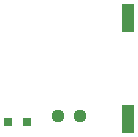
<source format=gbr>
%TF.GenerationSoftware,KiCad,Pcbnew,7.0.7*%
%TF.CreationDate,2023-09-06T19:49:04-05:00*%
%TF.ProjectId,prog1,70726f67-312e-46b6-9963-61645f706362,1.0*%
%TF.SameCoordinates,Original*%
%TF.FileFunction,Paste,Top*%
%TF.FilePolarity,Positive*%
%FSLAX46Y46*%
G04 Gerber Fmt 4.6, Leading zero omitted, Abs format (unit mm)*
G04 Created by KiCad (PCBNEW 7.0.7) date 2023-09-06 19:49:04*
%MOMM*%
%LPD*%
G01*
G04 APERTURE LIST*
G04 Aperture macros list*
%AMRoundRect*
0 Rectangle with rounded corners*
0 $1 Rounding radius*
0 $2 $3 $4 $5 $6 $7 $8 $9 X,Y pos of 4 corners*
0 Add a 4 corners polygon primitive as box body*
4,1,4,$2,$3,$4,$5,$6,$7,$8,$9,$2,$3,0*
0 Add four circle primitives for the rounded corners*
1,1,$1+$1,$2,$3*
1,1,$1+$1,$4,$5*
1,1,$1+$1,$6,$7*
1,1,$1+$1,$8,$9*
0 Add four rect primitives between the rounded corners*
20,1,$1+$1,$2,$3,$4,$5,0*
20,1,$1+$1,$4,$5,$6,$7,0*
20,1,$1+$1,$6,$7,$8,$9,0*
20,1,$1+$1,$8,$9,$2,$3,0*%
G04 Aperture macros list end*
%ADD10R,1.120000X2.440000*%
%ADD11RoundRect,0.237500X0.250000X0.237500X-0.250000X0.237500X-0.250000X-0.237500X0.250000X-0.237500X0*%
%ADD12R,0.800000X0.800000*%
G04 APERTURE END LIST*
D10*
%TO.C,SW1*%
X112000000Y-99305000D03*
X112000000Y-90695000D03*
%TD*%
D11*
%TO.C,R1*%
X106087500Y-99000000D03*
X107912500Y-99000000D03*
%TD*%
D12*
%TO.C,D1*%
X101816000Y-99568000D03*
X103416000Y-99568000D03*
%TD*%
M02*

</source>
